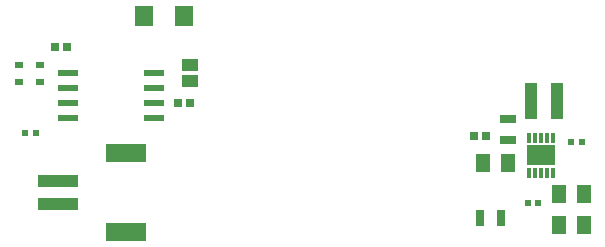
<source format=gtp>
G04*
G04 #@! TF.GenerationSoftware,Altium Limited,Altium Designer,21.2.0 (30)*
G04*
G04 Layer_Color=8421504*
%FSLAX25Y25*%
%MOIN*%
G70*
G04*
G04 #@! TF.SameCoordinates,9EB53224-002F-4CA6-BEF0-4101847B7537*
G04*
G04*
G04 #@! TF.FilePolarity,Positive*
G04*
G01*
G75*
%ADD18R,0.13386X0.05906*%
%ADD19R,0.13780X0.03937*%
%ADD20R,0.06500X0.02200*%
%ADD21R,0.05315X0.04331*%
%ADD22R,0.03150X0.02362*%
%ADD23R,0.05984X0.06614*%
%ADD24R,0.02559X0.02559*%
G04:AMPARAMS|DCode=25|XSize=21.65mil|YSize=19.68mil|CornerRadius=2.46mil|HoleSize=0mil|Usage=FLASHONLY|Rotation=270.000|XOffset=0mil|YOffset=0mil|HoleType=Round|Shape=RoundedRectangle|*
%AMROUNDEDRECTD25*
21,1,0.02165,0.01476,0,0,270.0*
21,1,0.01673,0.01968,0,0,270.0*
1,1,0.00492,-0.00738,-0.00837*
1,1,0.00492,-0.00738,0.00837*
1,1,0.00492,0.00738,0.00837*
1,1,0.00492,0.00738,-0.00837*
%
%ADD25ROUNDEDRECTD25*%
G04:AMPARAMS|DCode=26|XSize=51.18mil|YSize=29.92mil|CornerRadius=3.74mil|HoleSize=0mil|Usage=FLASHONLY|Rotation=180.000|XOffset=0mil|YOffset=0mil|HoleType=Round|Shape=RoundedRectangle|*
%AMROUNDEDRECTD26*
21,1,0.05118,0.02244,0,0,180.0*
21,1,0.04370,0.02992,0,0,180.0*
1,1,0.00748,-0.02185,0.01122*
1,1,0.00748,0.02185,0.01122*
1,1,0.00748,0.02185,-0.01122*
1,1,0.00748,-0.02185,-0.01122*
%
%ADD26ROUNDEDRECTD26*%
%ADD27R,0.04724X0.05906*%
G04:AMPARAMS|DCode=28|XSize=51.18mil|YSize=29.92mil|CornerRadius=3.74mil|HoleSize=0mil|Usage=FLASHONLY|Rotation=270.000|XOffset=0mil|YOffset=0mil|HoleType=Round|Shape=RoundedRectangle|*
%AMROUNDEDRECTD28*
21,1,0.05118,0.02244,0,0,270.0*
21,1,0.04370,0.02992,0,0,270.0*
1,1,0.00748,-0.01122,-0.02185*
1,1,0.00748,-0.01122,0.02185*
1,1,0.00748,0.01122,0.02185*
1,1,0.00748,0.01122,-0.02185*
%
%ADD28ROUNDEDRECTD28*%
%ADD29R,0.04488X0.12008*%
%ADD30R,0.09400X0.06500*%
%ADD31R,0.01200X0.03200*%
D18*
X350638Y379811D02*
D03*
Y406189D02*
D03*
D19*
X328000Y389063D02*
D03*
Y396937D02*
D03*
D20*
X331200Y418000D02*
D03*
Y423000D02*
D03*
Y428000D02*
D03*
Y433000D02*
D03*
X359800D02*
D03*
Y428000D02*
D03*
Y423000D02*
D03*
Y418000D02*
D03*
D21*
X372000Y435713D02*
D03*
Y430201D02*
D03*
D22*
X322000Y435500D02*
D03*
Y429791D02*
D03*
X315000Y435500D02*
D03*
Y429791D02*
D03*
D23*
X356614Y452000D02*
D03*
X370000D02*
D03*
D24*
X331000Y441500D02*
D03*
X327063D02*
D03*
X368000Y423000D02*
D03*
X371937D02*
D03*
X466563Y412000D02*
D03*
X470500D02*
D03*
D25*
X316957Y413000D02*
D03*
X320500D02*
D03*
X499000Y410000D02*
D03*
X502543D02*
D03*
X484500Y389500D02*
D03*
X488043D02*
D03*
D26*
X478000Y410453D02*
D03*
Y417500D02*
D03*
D27*
X469732Y403000D02*
D03*
X478000D02*
D03*
X503268Y382090D02*
D03*
X495000D02*
D03*
Y392500D02*
D03*
X503268D02*
D03*
D28*
X475500Y384500D02*
D03*
X468453D02*
D03*
D29*
X485748Y423500D02*
D03*
X494252D02*
D03*
D30*
X489000Y405500D02*
D03*
D31*
X492900Y399700D02*
D03*
X491000D02*
D03*
X489000D02*
D03*
X487000D02*
D03*
X485100D02*
D03*
Y411300D02*
D03*
X487000D02*
D03*
X489000D02*
D03*
X491000D02*
D03*
X492900D02*
D03*
M02*

</source>
